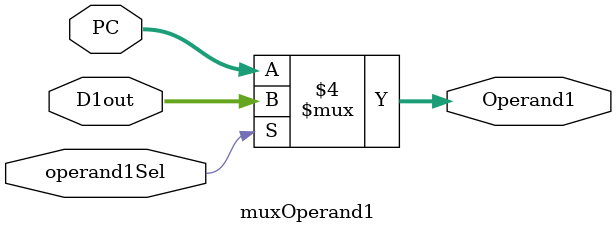
<source format=v>
`timescale 1ns / 1ps

module muxOperand1(D1out, PC, operand1Sel, Operand1);

    input [31 : 0] D1out;
    input [31 : 0] PC;
    input operand1Sel;
    
    output reg [31 : 0]Operand1;

    always@ (*) begin

        if(operand1Sel == 1'b1) begin
            Operand1 = D1out;
        end

        else begin
            Operand1 = PC;
        end

    end

endmodule

</source>
